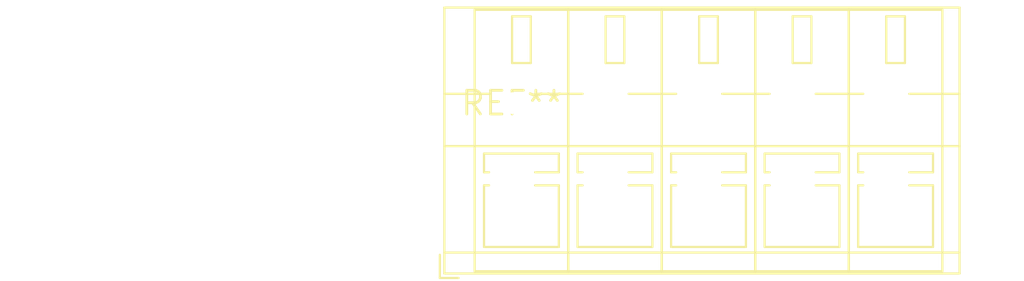
<source format=kicad_pcb>
(kicad_pcb (version 20240108) (generator pcbnew)
  (layers (0 "F.Cu" signal) (31 "B.Cu" signal) (34 "B.Paste" user) (35 "F.Paste" user) (36 "B.SilkS" user "B.Silkscreen") (37 "F.SilkS" user "F.Silkscreen") (38 "B.Mask" user) (39 "F.Mask" user) (44 "Edge.Cuts" user))
  (net 0 "")
  (footprint "TerminalBlock_WAGO_236-405_1x05_P5.00mm_45Degree" (layer "F.Cu") (at 0 0)
    (property "Reference" "REF**")
    (property "Value" "TerminalBlock_WAGO_236-405_1x05_P5.00mm_45Degree")
    (fp_line (start -3.86 8.12) (end -3.86 9.36) (layer "F.SilkS") (stroke (width 0.12)))
    (fp_line (start -3.86 9.36) (end -2.86 9.36) (layer "F.SilkS") (stroke (width 0.12)))
    (fp_line (start -3.62 -5.12) (end -3.62 9.12) (layer "F.SilkS") (stroke (width 0.12)))
    (fp_line (start -3.62 -5.12) (end 23.92 -5.12) (layer "F.SilkS") (stroke (width 0.12)))
    (fp_line (start -3.62 -0.5) (end -1.23 -0.5) (layer "F.SilkS") (stroke (width 0.12)))
    (fp_line (start -3.62 2.3) (end 23.92 2.3) (layer "F.SilkS") (stroke (width 0.12)))
    (fp_line (start -3.62 8) (end 23.92 8) (layer "F.SilkS") (stroke (width 0.12)))
    (fp_line (start -3.62 9.12) (end 23.92 9.12) (layer "F.SilkS") (stroke (width 0.12)))
    (fp_line (start -2 -5) (end -2 9) (layer "F.SilkS") (stroke (width 0.12)))
    (fp_line (start -2 -5) (end 3 -5) (layer "F.SilkS") (stroke (width 0.12)))
    (fp_line (start -2 9) (end 3 9) (layer "F.SilkS") (stroke (width 0.12)))
    (fp_line (start -1.5 2.7) (end -1.5 3.7) (layer "F.SilkS") (stroke (width 0.12)))
    (fp_line (start -1.5 2.7) (end 2.5 2.7) (layer "F.SilkS") (stroke (width 0.12)))
    (fp_line (start -1.5 3.7) (end -1.23 3.7) (layer "F.SilkS") (stroke (width 0.12)))
    (fp_line (start -1.5 4.4) (end -1.5 7.7) (layer "F.SilkS") (stroke (width 0.12)))
    (fp_line (start -1.5 4.4) (end -1.23 4.4) (layer "F.SilkS") (stroke (width 0.12)))
    (fp_line (start -1.5 7.7) (end 2.5 7.7) (layer "F.SilkS") (stroke (width 0.12)))
    (fp_line (start 0 -4.65) (end 0 -2.151) (layer "F.SilkS") (stroke (width 0.12)))
    (fp_line (start 0 -4.65) (end 1 -4.65) (layer "F.SilkS") (stroke (width 0.12)))
    (fp_line (start 0 -2.151) (end 1 -2.151) (layer "F.SilkS") (stroke (width 0.12)))
    (fp_line (start 1 -4.65) (end 1 -2.151) (layer "F.SilkS") (stroke (width 0.12)))
    (fp_line (start 1.23 -0.5) (end 3.77 -0.5) (layer "F.SilkS") (stroke (width 0.12)))
    (fp_line (start 1.23 3.7) (end 2.5 3.7) (layer "F.SilkS") (stroke (width 0.12)))
    (fp_line (start 1.23 4.4) (end 2.5 4.4) (layer "F.SilkS") (stroke (width 0.12)))
    (fp_line (start 2.5 2.7) (end 2.5 3.7) (layer "F.SilkS") (stroke (width 0.12)))
    (fp_line (start 2.5 4.4) (end 2.5 7.7) (layer "F.SilkS") (stroke (width 0.12)))
    (fp_line (start 3 -5) (end 3 9) (layer "F.SilkS") (stroke (width 0.12)))
    (fp_line (start 3 -5) (end 3 9) (layer "F.SilkS") (stroke (width 0.12)))
    (fp_line (start 3 -5) (end 8 -5) (layer "F.SilkS") (stroke (width 0.12)))
    (fp_line (start 3 9) (end 8 9) (layer "F.SilkS") (stroke (width 0.12)))
    (fp_line (start 3.5 2.7) (end 3.5 3.7) (layer "F.SilkS") (stroke (width 0.12)))
    (fp_line (start 3.5 2.7) (end 7.5 2.7) (layer "F.SilkS") (stroke (width 0.12)))
    (fp_line (start 3.5 3.7) (end 3.77 3.7) (layer "F.SilkS") (stroke (width 0.12)))
    (fp_line (start 3.5 4.4) (end 3.5 7.7) (layer "F.SilkS") (stroke (width 0.12)))
    (fp_line (start 3.5 4.4) (end 3.77 4.4) (layer "F.SilkS") (stroke (width 0.12)))
    (fp_line (start 3.5 7.7) (end 7.5 7.7) (layer "F.SilkS") (stroke (width 0.12)))
    (fp_line (start 5 -4.65) (end 5 -2.151) (layer "F.SilkS") (stroke (width 0.12)))
    (fp_line (start 5 -4.65) (end 6 -4.65) (layer "F.SilkS") (stroke (width 0.12)))
    (fp_line (start 5 -2.151) (end 6 -2.151) (layer "F.SilkS") (stroke (width 0.12)))
    (fp_line (start 6 -4.65) (end 6 -2.151) (layer "F.SilkS") (stroke (width 0.12)))
    (fp_line (start 6.23 -0.5) (end 8.77 -0.5) (layer "F.SilkS") (stroke (width 0.12)))
    (fp_line (start 6.23 3.7) (end 7.5 3.7) (layer "F.SilkS") (stroke (width 0.12)))
    (fp_line (start 6.23 4.4) (end 7.5 4.4) (layer "F.SilkS") (stroke (width 0.12)))
    (fp_line (start 7.5 2.7) (end 7.5 3.7) (layer "F.SilkS") (stroke (width 0.12)))
    (fp_line (start 7.5 4.4) (end 7.5 7.7) (layer "F.SilkS") (stroke (width 0.12)))
    (fp_line (start 8 -5) (end 8 9) (layer "F.SilkS") (stroke (width 0.12)))
    (fp_line (start 8 -5) (end 8 9) (layer "F.SilkS") (stroke (width 0.12)))
    (fp_line (start 8 -5) (end 13 -5) (layer "F.SilkS") (stroke (width 0.12)))
    (fp_line (start 8 9) (end 13 9) (layer "F.SilkS") (stroke (width 0.12)))
    (fp_line (start 8.5 2.7) (end 8.5 3.7) (layer "F.SilkS") (stroke (width 0.12)))
    (fp_line (start 8.5 2.7) (end 12.5 2.7) (layer "F.SilkS") (stroke (width 0.12)))
    (fp_line (start 8.5 3.7) (end 8.77 3.7) (layer "F.SilkS") (stroke (width 0.12)))
    (fp_line (start 8.5 4.4) (end 8.5 7.7) (layer "F.SilkS") (stroke (width 0.12)))
    (fp_line (start 8.5 4.4) (end 8.77 4.4) (layer "F.SilkS") (stroke (width 0.12)))
    (fp_line (start 8.5 7.7) (end 12.5 7.7) (layer "F.SilkS") (stroke (width 0.12)))
    (fp_line (start 10 -4.65) (end 10 -2.151) (layer "F.SilkS") (stroke (width 0.12)))
    (fp_line (start 10 -4.65) (end 11 -4.65) (layer "F.SilkS") (stroke (width 0.12)))
    (fp_line (start 10 -2.151) (end 11 -2.151) (layer "F.SilkS") (stroke (width 0.12)))
    (fp_line (start 11 -4.65) (end 11 -2.151) (layer "F.SilkS") (stroke (width 0.12)))
    (fp_line (start 11.23 -0.5) (end 13.77 -0.5) (layer "F.SilkS") (stroke (width 0.12)))
    (fp_line (start 11.23 3.7) (end 12.5 3.7) (layer "F.SilkS") (stroke (width 0.12)))
    (fp_line (start 11.23 4.4) (end 12.5 4.4) (layer "F.SilkS") (stroke (width 0.12)))
    (fp_line (start 12.5 2.7) (end 12.5 3.7) (layer "F.SilkS") (stroke (width 0.12)))
    (fp_line (start 12.5 4.4) (end 12.5 7.7) (layer "F.SilkS") (stroke (width 0.12)))
    (fp_line (start 13 -5) (end 13 9) (layer "F.SilkS") (stroke (width 0.12)))
    (fp_line (start 13 -5) (end 13 9) (layer "F.SilkS") (stroke (width 0.12)))
    (fp_line (start 13 -5) (end 18 -5) (layer "F.SilkS") (stroke (width 0.12)))
    (fp_line (start 13 9) (end 18 9) (layer "F.SilkS") (stroke (width 0.12)))
    (fp_line (start 13.5 2.7) (end 13.5 3.7) (layer "F.SilkS") (stroke (width 0.12)))
    (fp_line (start 13.5 2.7) (end 17.5 2.7) (layer "F.SilkS") (stroke (width 0.12)))
    (fp_line (start 13.5 3.7) (end 13.77 3.7) (layer "F.SilkS") (stroke (width 0.12)))
    (fp_line (start 13.5 4.4) (end 13.5 7.7) (layer "F.SilkS") (stroke (width 0.12)))
    (fp_line (start 13.5 4.4) (end 13.77 4.4) (layer "F.SilkS") (stroke (width 0.12)))
    (fp_line (start 13.5 7.7) (end 17.5 7.7) (layer "F.SilkS") (stroke (width 0.12)))
    (fp_line (start 15 -4.65) (end 15 -2.151) (layer "F.SilkS") (stroke (width 0.12)))
    (fp_line (start 15 -4.65) (end 16 -4.65) (layer "F.SilkS") (stroke (width 0.12)))
    (fp_line (start 15 -2.151) (end 16 -2.151) (layer "F.SilkS") (stroke (width 0.12)))
    (fp_line (start 16 -4.65) (end 16 -2.151) (layer "F.SilkS") (stroke (width 0.12)))
    (fp_line (start 16.23 -0.5) (end 18.77 -0.5) (layer "F.SilkS") (stroke (width 0.12)))
    (fp_line (start 16.23 3.7) (end 17.5 3.7) (layer "F.SilkS") (stroke (width 0.12)))
    (fp_line (start 16.23 4.4) (end 17.5 4.4) (layer "F.SilkS") (stroke (width 0.12)))
    (fp_line (start 17.5 2.7) (end 17.5 3.7) (layer "F.SilkS") (stroke (width 0.12)))
    (fp_line (start 17.5 4.4) (end 17.5 7.7) (layer "F.SilkS") (stroke (width 0.12)))
    (fp_line (start 18 -5) (end 18 9) (layer "F.SilkS") (stroke (width 0.12)))
    (fp_line (start 18 -5) (end 18 9) (layer "F.SilkS") (stroke (width 0.12)))
    (fp_line (start 18 -5) (end 23 -5) (layer "F.SilkS") (stroke (width 0.12)))
    (fp_line (start 18 9) (end 23 9) (layer "F.SilkS") (stroke (width 0.12)))
    (fp_line (start 18.5 2.7) (end 18.5 3.7) (layer "F.SilkS") (stroke (width 0.12)))
    (fp_line (start 18.5 2.7) (end 22.5 2.7) (layer "F.SilkS") (stroke (width 0.12)))
    (fp_line (start 18.5 3.7) (end 18.77 3.7) (layer "F.SilkS") (stroke (width 0.12)))
    (fp_line (start 18.5 4.4) (end 18.5 7.7) (layer "F.SilkS") (stroke (width 0.12)))
    (fp_line (start 18.5 4.4) (end 18.77 4.4) (layer "F.SilkS") (stroke (width 0.12)))
    (fp_line (start 18.5 7.7) (end 22.5 7.7) (layer "F.SilkS") (stroke (width 0.12)))
    (fp_line (start 20 -4.65) (end 20 -2.151) (layer "F.SilkS") (stroke (width 0.12)))
    (fp_line (start 20 -4.65) (end 21 -4.65) (layer "F.SilkS") (stroke (width 0.12)))
    (fp_line (start 20 -2.151) (end 21 -2.151) (layer "F.SilkS") (stroke (width 0.12)))
    (fp_line (start 21 -4.65) (end 21 -2.151) (layer "F.SilkS") (stroke (width 0.12)))
    (fp_line (start 21.23 -0.5) (end 23.92 -0.5) (layer "F.SilkS") (stroke (width 0.12)))
    (fp_line (start 21.23 3.7) (end 22.5 3.7) (layer "F.SilkS") (stroke (width 0.12)))
    (fp_line (start 21.23 4.4) (end 22.5 4.4) (layer "F.SilkS") (stroke (width 0.12)))
    (fp_line (start 22.5 2.7) (end 22.5 3.7) (layer "F.SilkS") (stroke (width 0.12)))
    (fp_line (start 22.5 4.4) (end 22.5 7.7) (layer "F.SilkS") (stroke (width 0.12)))
    (fp_line (start 23 -5) (end 23 9) (layer "F.SilkS") (stroke (width 0.12)))
    (fp_line (start 23.92 -5.12) (end 23.92 9.12) (layer "F.SilkS") (stroke (width 0.12)))
    (pad "1" thru_hole rect (at 0 0) (size 1.5 3) (drill 1.15) (layers *.Cu *.Mask) (remove_unused_layers))
    (pad "1" thru_hole rect (at 0 5) (size 1.5 3) (drill 1.15) (layers *.Cu *.Mask) (remove_unused_layers))
    (pad "2" thru_hole oval (at 5 0) (size 1.5 3) (drill 1.15) (layers *.Cu *.Mask) (remove_unused_layers))
    (pad "2" thru_hole oval (at 5 5) (size 1.5 3) (drill 1.15) (layers *.Cu *.Mask) (remove_unused_layers))
    (pad "3" thru_hole oval (at 10 0) (size 1.5 3) (drill 1.15) (layers *.Cu *.Mask) (remove_unused_layers))
    (pad "3" thru_hole oval (at 10 5) (size 1.5 3) (drill 1.15) (layers *.Cu *.Mask) (remove_unused_layers))
    (pad "4" thru_hole oval (at 15 0) (size 1.5 3) (drill 1.15) (layers *.Cu *.Mask) (remove_unused_layers))
    (pad "4" thru_hole oval (at 15 5) (size 1.5 3) (drill 1.15) (layers *.Cu *.Mask) (remove_unused_layers))
    (pad "5" thru_hole oval (at 20 0) (size 1.5 3) (drill 1.15) (layers *.Cu *.Mask) (remove_unused_layers))
    (pad "5" thru_hole oval (at 20 5) (size 1.5 3) (drill 1.15) (layers *.Cu *.Mask) (remove_unused_layers))
  )
)
</source>
